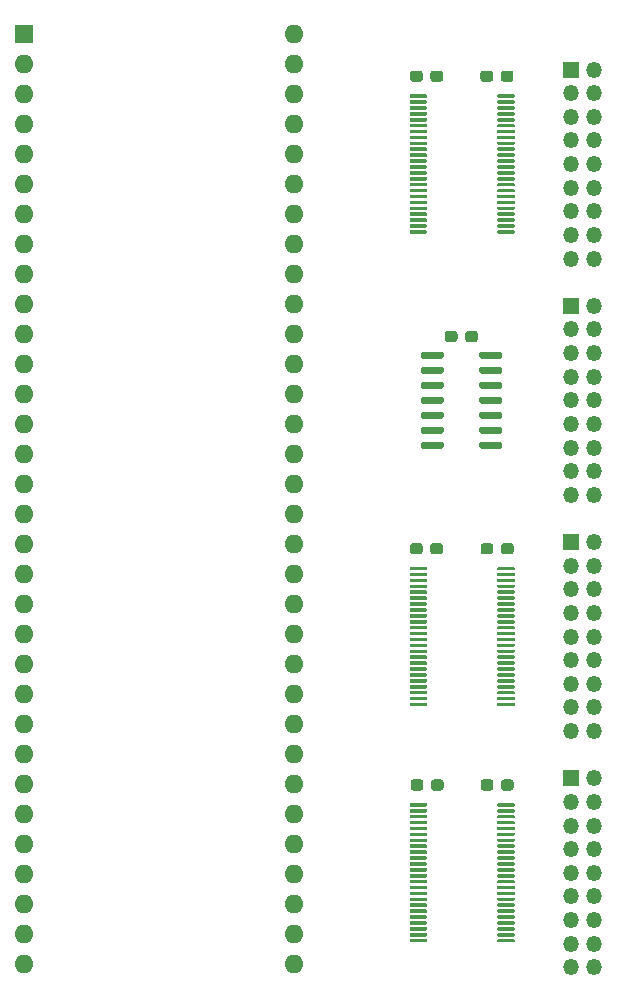
<source format=gts>
G04 #@! TF.GenerationSoftware,KiCad,Pcbnew,5.1.10*
G04 #@! TF.CreationDate,2021-08-30T11:46:02-07:00*
G04 #@! TF.ProjectId,M68K-BREAKOUT,4d36384b-2d42-4524-9541-4b4f55542e6b,rev?*
G04 #@! TF.SameCoordinates,Original*
G04 #@! TF.FileFunction,Soldermask,Top*
G04 #@! TF.FilePolarity,Negative*
%FSLAX46Y46*%
G04 Gerber Fmt 4.6, Leading zero omitted, Abs format (unit mm)*
G04 Created by KiCad (PCBNEW 5.1.10) date 2021-08-30 11:46:02*
%MOMM*%
%LPD*%
G01*
G04 APERTURE LIST*
%ADD10O,1.350000X1.350000*%
%ADD11R,1.350000X1.350000*%
%ADD12O,1.600000X1.600000*%
%ADD13R,1.600000X1.600000*%
G04 APERTURE END LIST*
D10*
X173241720Y-137092991D03*
X171241720Y-137092991D03*
X173241720Y-135092991D03*
X171241720Y-135092991D03*
X173241720Y-133092991D03*
X171241720Y-133092991D03*
X173241720Y-131092991D03*
X171241720Y-131092991D03*
X173241720Y-129092991D03*
X171241720Y-129092991D03*
X173241720Y-127092991D03*
X171241720Y-127092991D03*
X173241720Y-125092991D03*
X171241720Y-125092991D03*
X173241720Y-123092991D03*
X171241720Y-123092991D03*
X173241720Y-121092991D03*
D11*
X171241720Y-121092991D03*
D10*
X173241720Y-117092991D03*
X171241720Y-117092991D03*
X173241720Y-115092991D03*
X171241720Y-115092991D03*
X173241720Y-113092991D03*
X171241720Y-113092991D03*
X173241720Y-111092991D03*
X171241720Y-111092991D03*
X173241720Y-109092991D03*
X171241720Y-109092991D03*
X173241720Y-107092991D03*
X171241720Y-107092991D03*
X173241720Y-105092991D03*
X171241720Y-105092991D03*
X173241720Y-103092991D03*
X171241720Y-103092991D03*
X173241720Y-101092991D03*
D11*
X171241720Y-101092991D03*
D10*
X173241720Y-97092991D03*
X171241720Y-97092991D03*
X173241720Y-95092991D03*
X171241720Y-95092991D03*
X173241720Y-93092991D03*
X171241720Y-93092991D03*
X173241720Y-91092991D03*
X171241720Y-91092991D03*
X173241720Y-89092991D03*
X171241720Y-89092991D03*
X173241720Y-87092991D03*
X171241720Y-87092991D03*
X173241720Y-85092991D03*
X171241720Y-85092991D03*
X173241720Y-83092991D03*
X171241720Y-83092991D03*
X173241720Y-81092991D03*
D11*
X171241720Y-81092991D03*
D10*
X173241720Y-77092991D03*
X171241720Y-77092991D03*
X173241720Y-75092991D03*
X171241720Y-75092991D03*
X173241720Y-73092991D03*
X171241720Y-73092991D03*
X173241720Y-71092991D03*
X171241720Y-71092991D03*
X173241720Y-69092991D03*
X171241720Y-69092991D03*
X173241720Y-67092991D03*
X171241720Y-67092991D03*
X173241720Y-65092991D03*
X171241720Y-65092991D03*
X173241720Y-63092991D03*
X171241720Y-63092991D03*
X173241720Y-61092991D03*
D11*
X171241720Y-61092991D03*
G36*
G01*
X161663500Y-83455500D02*
X161663500Y-83930500D01*
G75*
G02*
X161426000Y-84168000I-237500J0D01*
G01*
X160826000Y-84168000D01*
G75*
G02*
X160588500Y-83930500I0J237500D01*
G01*
X160588500Y-83455500D01*
G75*
G02*
X160826000Y-83218000I237500J0D01*
G01*
X161426000Y-83218000D01*
G75*
G02*
X161663500Y-83455500I0J-237500D01*
G01*
G37*
G36*
G01*
X163388500Y-83455500D02*
X163388500Y-83930500D01*
G75*
G02*
X163151000Y-84168000I-237500J0D01*
G01*
X162551000Y-84168000D01*
G75*
G02*
X162313500Y-83930500I0J237500D01*
G01*
X162313500Y-83455500D01*
G75*
G02*
X162551000Y-83218000I237500J0D01*
G01*
X163151000Y-83218000D01*
G75*
G02*
X163388500Y-83455500I0J-237500D01*
G01*
G37*
G36*
G01*
X164685000Y-121428500D02*
X164685000Y-121903500D01*
G75*
G02*
X164447500Y-122141000I-237500J0D01*
G01*
X163847500Y-122141000D01*
G75*
G02*
X163610000Y-121903500I0J237500D01*
G01*
X163610000Y-121428500D01*
G75*
G02*
X163847500Y-121191000I237500J0D01*
G01*
X164447500Y-121191000D01*
G75*
G02*
X164685000Y-121428500I0J-237500D01*
G01*
G37*
G36*
G01*
X166410000Y-121428500D02*
X166410000Y-121903500D01*
G75*
G02*
X166172500Y-122141000I-237500J0D01*
G01*
X165572500Y-122141000D01*
G75*
G02*
X165335000Y-121903500I0J237500D01*
G01*
X165335000Y-121428500D01*
G75*
G02*
X165572500Y-121191000I237500J0D01*
G01*
X166172500Y-121191000D01*
G75*
G02*
X166410000Y-121428500I0J-237500D01*
G01*
G37*
G36*
G01*
X164685000Y-101426000D02*
X164685000Y-101901000D01*
G75*
G02*
X164447500Y-102138500I-237500J0D01*
G01*
X163847500Y-102138500D01*
G75*
G02*
X163610000Y-101901000I0J237500D01*
G01*
X163610000Y-101426000D01*
G75*
G02*
X163847500Y-101188500I237500J0D01*
G01*
X164447500Y-101188500D01*
G75*
G02*
X164685000Y-101426000I0J-237500D01*
G01*
G37*
G36*
G01*
X166410000Y-101426000D02*
X166410000Y-101901000D01*
G75*
G02*
X166172500Y-102138500I-237500J0D01*
G01*
X165572500Y-102138500D01*
G75*
G02*
X165335000Y-101901000I0J237500D01*
G01*
X165335000Y-101426000D01*
G75*
G02*
X165572500Y-101188500I237500J0D01*
G01*
X166172500Y-101188500D01*
G75*
G02*
X166410000Y-101426000I0J-237500D01*
G01*
G37*
G36*
G01*
X164674500Y-61421000D02*
X164674500Y-61896000D01*
G75*
G02*
X164437000Y-62133500I-237500J0D01*
G01*
X163837000Y-62133500D01*
G75*
G02*
X163599500Y-61896000I0J237500D01*
G01*
X163599500Y-61421000D01*
G75*
G02*
X163837000Y-61183500I237500J0D01*
G01*
X164437000Y-61183500D01*
G75*
G02*
X164674500Y-61421000I0J-237500D01*
G01*
G37*
G36*
G01*
X166399500Y-61421000D02*
X166399500Y-61896000D01*
G75*
G02*
X166162000Y-62133500I-237500J0D01*
G01*
X165562000Y-62133500D01*
G75*
G02*
X165324500Y-61896000I0J237500D01*
G01*
X165324500Y-61421000D01*
G75*
G02*
X165562000Y-61183500I237500J0D01*
G01*
X166162000Y-61183500D01*
G75*
G02*
X166399500Y-61421000I0J-237500D01*
G01*
G37*
G36*
G01*
X159419000Y-121903500D02*
X159419000Y-121428500D01*
G75*
G02*
X159656500Y-121191000I237500J0D01*
G01*
X160256500Y-121191000D01*
G75*
G02*
X160494000Y-121428500I0J-237500D01*
G01*
X160494000Y-121903500D01*
G75*
G02*
X160256500Y-122141000I-237500J0D01*
G01*
X159656500Y-122141000D01*
G75*
G02*
X159419000Y-121903500I0J237500D01*
G01*
G37*
G36*
G01*
X157694000Y-121903500D02*
X157694000Y-121428500D01*
G75*
G02*
X157931500Y-121191000I237500J0D01*
G01*
X158531500Y-121191000D01*
G75*
G02*
X158769000Y-121428500I0J-237500D01*
G01*
X158769000Y-121903500D01*
G75*
G02*
X158531500Y-122141000I-237500J0D01*
G01*
X157931500Y-122141000D01*
G75*
G02*
X157694000Y-121903500I0J237500D01*
G01*
G37*
G36*
G01*
X159355500Y-101901000D02*
X159355500Y-101426000D01*
G75*
G02*
X159593000Y-101188500I237500J0D01*
G01*
X160193000Y-101188500D01*
G75*
G02*
X160430500Y-101426000I0J-237500D01*
G01*
X160430500Y-101901000D01*
G75*
G02*
X160193000Y-102138500I-237500J0D01*
G01*
X159593000Y-102138500D01*
G75*
G02*
X159355500Y-101901000I0J237500D01*
G01*
G37*
G36*
G01*
X157630500Y-101901000D02*
X157630500Y-101426000D01*
G75*
G02*
X157868000Y-101188500I237500J0D01*
G01*
X158468000Y-101188500D01*
G75*
G02*
X158705500Y-101426000I0J-237500D01*
G01*
X158705500Y-101901000D01*
G75*
G02*
X158468000Y-102138500I-237500J0D01*
G01*
X157868000Y-102138500D01*
G75*
G02*
X157630500Y-101901000I0J237500D01*
G01*
G37*
G36*
G01*
X159366000Y-61896000D02*
X159366000Y-61421000D01*
G75*
G02*
X159603500Y-61183500I237500J0D01*
G01*
X160203500Y-61183500D01*
G75*
G02*
X160441000Y-61421000I0J-237500D01*
G01*
X160441000Y-61896000D01*
G75*
G02*
X160203500Y-62133500I-237500J0D01*
G01*
X159603500Y-62133500D01*
G75*
G02*
X159366000Y-61896000I0J237500D01*
G01*
G37*
G36*
G01*
X157641000Y-61896000D02*
X157641000Y-61421000D01*
G75*
G02*
X157878500Y-61183500I237500J0D01*
G01*
X158478500Y-61183500D01*
G75*
G02*
X158716000Y-61421000I0J-237500D01*
G01*
X158716000Y-61896000D01*
G75*
G02*
X158478500Y-62133500I-237500J0D01*
G01*
X157878500Y-62133500D01*
G75*
G02*
X157641000Y-61896000I0J237500D01*
G01*
G37*
G36*
G01*
X165027000Y-123420500D02*
X165027000Y-123270500D01*
G75*
G02*
X165102000Y-123195500I75000J0D01*
G01*
X166427000Y-123195500D01*
G75*
G02*
X166502000Y-123270500I0J-75000D01*
G01*
X166502000Y-123420500D01*
G75*
G02*
X166427000Y-123495500I-75000J0D01*
G01*
X165102000Y-123495500D01*
G75*
G02*
X165027000Y-123420500I0J75000D01*
G01*
G37*
G36*
G01*
X165027000Y-123920500D02*
X165027000Y-123770500D01*
G75*
G02*
X165102000Y-123695500I75000J0D01*
G01*
X166427000Y-123695500D01*
G75*
G02*
X166502000Y-123770500I0J-75000D01*
G01*
X166502000Y-123920500D01*
G75*
G02*
X166427000Y-123995500I-75000J0D01*
G01*
X165102000Y-123995500D01*
G75*
G02*
X165027000Y-123920500I0J75000D01*
G01*
G37*
G36*
G01*
X165027000Y-124420500D02*
X165027000Y-124270500D01*
G75*
G02*
X165102000Y-124195500I75000J0D01*
G01*
X166427000Y-124195500D01*
G75*
G02*
X166502000Y-124270500I0J-75000D01*
G01*
X166502000Y-124420500D01*
G75*
G02*
X166427000Y-124495500I-75000J0D01*
G01*
X165102000Y-124495500D01*
G75*
G02*
X165027000Y-124420500I0J75000D01*
G01*
G37*
G36*
G01*
X165027000Y-124920500D02*
X165027000Y-124770500D01*
G75*
G02*
X165102000Y-124695500I75000J0D01*
G01*
X166427000Y-124695500D01*
G75*
G02*
X166502000Y-124770500I0J-75000D01*
G01*
X166502000Y-124920500D01*
G75*
G02*
X166427000Y-124995500I-75000J0D01*
G01*
X165102000Y-124995500D01*
G75*
G02*
X165027000Y-124920500I0J75000D01*
G01*
G37*
G36*
G01*
X165027000Y-125420500D02*
X165027000Y-125270500D01*
G75*
G02*
X165102000Y-125195500I75000J0D01*
G01*
X166427000Y-125195500D01*
G75*
G02*
X166502000Y-125270500I0J-75000D01*
G01*
X166502000Y-125420500D01*
G75*
G02*
X166427000Y-125495500I-75000J0D01*
G01*
X165102000Y-125495500D01*
G75*
G02*
X165027000Y-125420500I0J75000D01*
G01*
G37*
G36*
G01*
X165027000Y-125920500D02*
X165027000Y-125770500D01*
G75*
G02*
X165102000Y-125695500I75000J0D01*
G01*
X166427000Y-125695500D01*
G75*
G02*
X166502000Y-125770500I0J-75000D01*
G01*
X166502000Y-125920500D01*
G75*
G02*
X166427000Y-125995500I-75000J0D01*
G01*
X165102000Y-125995500D01*
G75*
G02*
X165027000Y-125920500I0J75000D01*
G01*
G37*
G36*
G01*
X165027000Y-126420500D02*
X165027000Y-126270500D01*
G75*
G02*
X165102000Y-126195500I75000J0D01*
G01*
X166427000Y-126195500D01*
G75*
G02*
X166502000Y-126270500I0J-75000D01*
G01*
X166502000Y-126420500D01*
G75*
G02*
X166427000Y-126495500I-75000J0D01*
G01*
X165102000Y-126495500D01*
G75*
G02*
X165027000Y-126420500I0J75000D01*
G01*
G37*
G36*
G01*
X165027000Y-126920500D02*
X165027000Y-126770500D01*
G75*
G02*
X165102000Y-126695500I75000J0D01*
G01*
X166427000Y-126695500D01*
G75*
G02*
X166502000Y-126770500I0J-75000D01*
G01*
X166502000Y-126920500D01*
G75*
G02*
X166427000Y-126995500I-75000J0D01*
G01*
X165102000Y-126995500D01*
G75*
G02*
X165027000Y-126920500I0J75000D01*
G01*
G37*
G36*
G01*
X165027000Y-127420500D02*
X165027000Y-127270500D01*
G75*
G02*
X165102000Y-127195500I75000J0D01*
G01*
X166427000Y-127195500D01*
G75*
G02*
X166502000Y-127270500I0J-75000D01*
G01*
X166502000Y-127420500D01*
G75*
G02*
X166427000Y-127495500I-75000J0D01*
G01*
X165102000Y-127495500D01*
G75*
G02*
X165027000Y-127420500I0J75000D01*
G01*
G37*
G36*
G01*
X165027000Y-127920500D02*
X165027000Y-127770500D01*
G75*
G02*
X165102000Y-127695500I75000J0D01*
G01*
X166427000Y-127695500D01*
G75*
G02*
X166502000Y-127770500I0J-75000D01*
G01*
X166502000Y-127920500D01*
G75*
G02*
X166427000Y-127995500I-75000J0D01*
G01*
X165102000Y-127995500D01*
G75*
G02*
X165027000Y-127920500I0J75000D01*
G01*
G37*
G36*
G01*
X165027000Y-128420500D02*
X165027000Y-128270500D01*
G75*
G02*
X165102000Y-128195500I75000J0D01*
G01*
X166427000Y-128195500D01*
G75*
G02*
X166502000Y-128270500I0J-75000D01*
G01*
X166502000Y-128420500D01*
G75*
G02*
X166427000Y-128495500I-75000J0D01*
G01*
X165102000Y-128495500D01*
G75*
G02*
X165027000Y-128420500I0J75000D01*
G01*
G37*
G36*
G01*
X165027000Y-128920500D02*
X165027000Y-128770500D01*
G75*
G02*
X165102000Y-128695500I75000J0D01*
G01*
X166427000Y-128695500D01*
G75*
G02*
X166502000Y-128770500I0J-75000D01*
G01*
X166502000Y-128920500D01*
G75*
G02*
X166427000Y-128995500I-75000J0D01*
G01*
X165102000Y-128995500D01*
G75*
G02*
X165027000Y-128920500I0J75000D01*
G01*
G37*
G36*
G01*
X165027000Y-129420500D02*
X165027000Y-129270500D01*
G75*
G02*
X165102000Y-129195500I75000J0D01*
G01*
X166427000Y-129195500D01*
G75*
G02*
X166502000Y-129270500I0J-75000D01*
G01*
X166502000Y-129420500D01*
G75*
G02*
X166427000Y-129495500I-75000J0D01*
G01*
X165102000Y-129495500D01*
G75*
G02*
X165027000Y-129420500I0J75000D01*
G01*
G37*
G36*
G01*
X165027000Y-129920500D02*
X165027000Y-129770500D01*
G75*
G02*
X165102000Y-129695500I75000J0D01*
G01*
X166427000Y-129695500D01*
G75*
G02*
X166502000Y-129770500I0J-75000D01*
G01*
X166502000Y-129920500D01*
G75*
G02*
X166427000Y-129995500I-75000J0D01*
G01*
X165102000Y-129995500D01*
G75*
G02*
X165027000Y-129920500I0J75000D01*
G01*
G37*
G36*
G01*
X165027000Y-130420500D02*
X165027000Y-130270500D01*
G75*
G02*
X165102000Y-130195500I75000J0D01*
G01*
X166427000Y-130195500D01*
G75*
G02*
X166502000Y-130270500I0J-75000D01*
G01*
X166502000Y-130420500D01*
G75*
G02*
X166427000Y-130495500I-75000J0D01*
G01*
X165102000Y-130495500D01*
G75*
G02*
X165027000Y-130420500I0J75000D01*
G01*
G37*
G36*
G01*
X165027000Y-130920500D02*
X165027000Y-130770500D01*
G75*
G02*
X165102000Y-130695500I75000J0D01*
G01*
X166427000Y-130695500D01*
G75*
G02*
X166502000Y-130770500I0J-75000D01*
G01*
X166502000Y-130920500D01*
G75*
G02*
X166427000Y-130995500I-75000J0D01*
G01*
X165102000Y-130995500D01*
G75*
G02*
X165027000Y-130920500I0J75000D01*
G01*
G37*
G36*
G01*
X165027000Y-131420500D02*
X165027000Y-131270500D01*
G75*
G02*
X165102000Y-131195500I75000J0D01*
G01*
X166427000Y-131195500D01*
G75*
G02*
X166502000Y-131270500I0J-75000D01*
G01*
X166502000Y-131420500D01*
G75*
G02*
X166427000Y-131495500I-75000J0D01*
G01*
X165102000Y-131495500D01*
G75*
G02*
X165027000Y-131420500I0J75000D01*
G01*
G37*
G36*
G01*
X165027000Y-131920500D02*
X165027000Y-131770500D01*
G75*
G02*
X165102000Y-131695500I75000J0D01*
G01*
X166427000Y-131695500D01*
G75*
G02*
X166502000Y-131770500I0J-75000D01*
G01*
X166502000Y-131920500D01*
G75*
G02*
X166427000Y-131995500I-75000J0D01*
G01*
X165102000Y-131995500D01*
G75*
G02*
X165027000Y-131920500I0J75000D01*
G01*
G37*
G36*
G01*
X165027000Y-132420500D02*
X165027000Y-132270500D01*
G75*
G02*
X165102000Y-132195500I75000J0D01*
G01*
X166427000Y-132195500D01*
G75*
G02*
X166502000Y-132270500I0J-75000D01*
G01*
X166502000Y-132420500D01*
G75*
G02*
X166427000Y-132495500I-75000J0D01*
G01*
X165102000Y-132495500D01*
G75*
G02*
X165027000Y-132420500I0J75000D01*
G01*
G37*
G36*
G01*
X165027000Y-132920500D02*
X165027000Y-132770500D01*
G75*
G02*
X165102000Y-132695500I75000J0D01*
G01*
X166427000Y-132695500D01*
G75*
G02*
X166502000Y-132770500I0J-75000D01*
G01*
X166502000Y-132920500D01*
G75*
G02*
X166427000Y-132995500I-75000J0D01*
G01*
X165102000Y-132995500D01*
G75*
G02*
X165027000Y-132920500I0J75000D01*
G01*
G37*
G36*
G01*
X165027000Y-133420500D02*
X165027000Y-133270500D01*
G75*
G02*
X165102000Y-133195500I75000J0D01*
G01*
X166427000Y-133195500D01*
G75*
G02*
X166502000Y-133270500I0J-75000D01*
G01*
X166502000Y-133420500D01*
G75*
G02*
X166427000Y-133495500I-75000J0D01*
G01*
X165102000Y-133495500D01*
G75*
G02*
X165027000Y-133420500I0J75000D01*
G01*
G37*
G36*
G01*
X165027000Y-133920500D02*
X165027000Y-133770500D01*
G75*
G02*
X165102000Y-133695500I75000J0D01*
G01*
X166427000Y-133695500D01*
G75*
G02*
X166502000Y-133770500I0J-75000D01*
G01*
X166502000Y-133920500D01*
G75*
G02*
X166427000Y-133995500I-75000J0D01*
G01*
X165102000Y-133995500D01*
G75*
G02*
X165027000Y-133920500I0J75000D01*
G01*
G37*
G36*
G01*
X165027000Y-134420500D02*
X165027000Y-134270500D01*
G75*
G02*
X165102000Y-134195500I75000J0D01*
G01*
X166427000Y-134195500D01*
G75*
G02*
X166502000Y-134270500I0J-75000D01*
G01*
X166502000Y-134420500D01*
G75*
G02*
X166427000Y-134495500I-75000J0D01*
G01*
X165102000Y-134495500D01*
G75*
G02*
X165027000Y-134420500I0J75000D01*
G01*
G37*
G36*
G01*
X165027000Y-134920500D02*
X165027000Y-134770500D01*
G75*
G02*
X165102000Y-134695500I75000J0D01*
G01*
X166427000Y-134695500D01*
G75*
G02*
X166502000Y-134770500I0J-75000D01*
G01*
X166502000Y-134920500D01*
G75*
G02*
X166427000Y-134995500I-75000J0D01*
G01*
X165102000Y-134995500D01*
G75*
G02*
X165027000Y-134920500I0J75000D01*
G01*
G37*
G36*
G01*
X157602000Y-134920500D02*
X157602000Y-134770500D01*
G75*
G02*
X157677000Y-134695500I75000J0D01*
G01*
X159002000Y-134695500D01*
G75*
G02*
X159077000Y-134770500I0J-75000D01*
G01*
X159077000Y-134920500D01*
G75*
G02*
X159002000Y-134995500I-75000J0D01*
G01*
X157677000Y-134995500D01*
G75*
G02*
X157602000Y-134920500I0J75000D01*
G01*
G37*
G36*
G01*
X157602000Y-134420500D02*
X157602000Y-134270500D01*
G75*
G02*
X157677000Y-134195500I75000J0D01*
G01*
X159002000Y-134195500D01*
G75*
G02*
X159077000Y-134270500I0J-75000D01*
G01*
X159077000Y-134420500D01*
G75*
G02*
X159002000Y-134495500I-75000J0D01*
G01*
X157677000Y-134495500D01*
G75*
G02*
X157602000Y-134420500I0J75000D01*
G01*
G37*
G36*
G01*
X157602000Y-133920500D02*
X157602000Y-133770500D01*
G75*
G02*
X157677000Y-133695500I75000J0D01*
G01*
X159002000Y-133695500D01*
G75*
G02*
X159077000Y-133770500I0J-75000D01*
G01*
X159077000Y-133920500D01*
G75*
G02*
X159002000Y-133995500I-75000J0D01*
G01*
X157677000Y-133995500D01*
G75*
G02*
X157602000Y-133920500I0J75000D01*
G01*
G37*
G36*
G01*
X157602000Y-133420500D02*
X157602000Y-133270500D01*
G75*
G02*
X157677000Y-133195500I75000J0D01*
G01*
X159002000Y-133195500D01*
G75*
G02*
X159077000Y-133270500I0J-75000D01*
G01*
X159077000Y-133420500D01*
G75*
G02*
X159002000Y-133495500I-75000J0D01*
G01*
X157677000Y-133495500D01*
G75*
G02*
X157602000Y-133420500I0J75000D01*
G01*
G37*
G36*
G01*
X157602000Y-132920500D02*
X157602000Y-132770500D01*
G75*
G02*
X157677000Y-132695500I75000J0D01*
G01*
X159002000Y-132695500D01*
G75*
G02*
X159077000Y-132770500I0J-75000D01*
G01*
X159077000Y-132920500D01*
G75*
G02*
X159002000Y-132995500I-75000J0D01*
G01*
X157677000Y-132995500D01*
G75*
G02*
X157602000Y-132920500I0J75000D01*
G01*
G37*
G36*
G01*
X157602000Y-132420500D02*
X157602000Y-132270500D01*
G75*
G02*
X157677000Y-132195500I75000J0D01*
G01*
X159002000Y-132195500D01*
G75*
G02*
X159077000Y-132270500I0J-75000D01*
G01*
X159077000Y-132420500D01*
G75*
G02*
X159002000Y-132495500I-75000J0D01*
G01*
X157677000Y-132495500D01*
G75*
G02*
X157602000Y-132420500I0J75000D01*
G01*
G37*
G36*
G01*
X157602000Y-131920500D02*
X157602000Y-131770500D01*
G75*
G02*
X157677000Y-131695500I75000J0D01*
G01*
X159002000Y-131695500D01*
G75*
G02*
X159077000Y-131770500I0J-75000D01*
G01*
X159077000Y-131920500D01*
G75*
G02*
X159002000Y-131995500I-75000J0D01*
G01*
X157677000Y-131995500D01*
G75*
G02*
X157602000Y-131920500I0J75000D01*
G01*
G37*
G36*
G01*
X157602000Y-131420500D02*
X157602000Y-131270500D01*
G75*
G02*
X157677000Y-131195500I75000J0D01*
G01*
X159002000Y-131195500D01*
G75*
G02*
X159077000Y-131270500I0J-75000D01*
G01*
X159077000Y-131420500D01*
G75*
G02*
X159002000Y-131495500I-75000J0D01*
G01*
X157677000Y-131495500D01*
G75*
G02*
X157602000Y-131420500I0J75000D01*
G01*
G37*
G36*
G01*
X157602000Y-130920500D02*
X157602000Y-130770500D01*
G75*
G02*
X157677000Y-130695500I75000J0D01*
G01*
X159002000Y-130695500D01*
G75*
G02*
X159077000Y-130770500I0J-75000D01*
G01*
X159077000Y-130920500D01*
G75*
G02*
X159002000Y-130995500I-75000J0D01*
G01*
X157677000Y-130995500D01*
G75*
G02*
X157602000Y-130920500I0J75000D01*
G01*
G37*
G36*
G01*
X157602000Y-130420500D02*
X157602000Y-130270500D01*
G75*
G02*
X157677000Y-130195500I75000J0D01*
G01*
X159002000Y-130195500D01*
G75*
G02*
X159077000Y-130270500I0J-75000D01*
G01*
X159077000Y-130420500D01*
G75*
G02*
X159002000Y-130495500I-75000J0D01*
G01*
X157677000Y-130495500D01*
G75*
G02*
X157602000Y-130420500I0J75000D01*
G01*
G37*
G36*
G01*
X157602000Y-129920500D02*
X157602000Y-129770500D01*
G75*
G02*
X157677000Y-129695500I75000J0D01*
G01*
X159002000Y-129695500D01*
G75*
G02*
X159077000Y-129770500I0J-75000D01*
G01*
X159077000Y-129920500D01*
G75*
G02*
X159002000Y-129995500I-75000J0D01*
G01*
X157677000Y-129995500D01*
G75*
G02*
X157602000Y-129920500I0J75000D01*
G01*
G37*
G36*
G01*
X157602000Y-129420500D02*
X157602000Y-129270500D01*
G75*
G02*
X157677000Y-129195500I75000J0D01*
G01*
X159002000Y-129195500D01*
G75*
G02*
X159077000Y-129270500I0J-75000D01*
G01*
X159077000Y-129420500D01*
G75*
G02*
X159002000Y-129495500I-75000J0D01*
G01*
X157677000Y-129495500D01*
G75*
G02*
X157602000Y-129420500I0J75000D01*
G01*
G37*
G36*
G01*
X157602000Y-128920500D02*
X157602000Y-128770500D01*
G75*
G02*
X157677000Y-128695500I75000J0D01*
G01*
X159002000Y-128695500D01*
G75*
G02*
X159077000Y-128770500I0J-75000D01*
G01*
X159077000Y-128920500D01*
G75*
G02*
X159002000Y-128995500I-75000J0D01*
G01*
X157677000Y-128995500D01*
G75*
G02*
X157602000Y-128920500I0J75000D01*
G01*
G37*
G36*
G01*
X157602000Y-128420500D02*
X157602000Y-128270500D01*
G75*
G02*
X157677000Y-128195500I75000J0D01*
G01*
X159002000Y-128195500D01*
G75*
G02*
X159077000Y-128270500I0J-75000D01*
G01*
X159077000Y-128420500D01*
G75*
G02*
X159002000Y-128495500I-75000J0D01*
G01*
X157677000Y-128495500D01*
G75*
G02*
X157602000Y-128420500I0J75000D01*
G01*
G37*
G36*
G01*
X157602000Y-127920500D02*
X157602000Y-127770500D01*
G75*
G02*
X157677000Y-127695500I75000J0D01*
G01*
X159002000Y-127695500D01*
G75*
G02*
X159077000Y-127770500I0J-75000D01*
G01*
X159077000Y-127920500D01*
G75*
G02*
X159002000Y-127995500I-75000J0D01*
G01*
X157677000Y-127995500D01*
G75*
G02*
X157602000Y-127920500I0J75000D01*
G01*
G37*
G36*
G01*
X157602000Y-127420500D02*
X157602000Y-127270500D01*
G75*
G02*
X157677000Y-127195500I75000J0D01*
G01*
X159002000Y-127195500D01*
G75*
G02*
X159077000Y-127270500I0J-75000D01*
G01*
X159077000Y-127420500D01*
G75*
G02*
X159002000Y-127495500I-75000J0D01*
G01*
X157677000Y-127495500D01*
G75*
G02*
X157602000Y-127420500I0J75000D01*
G01*
G37*
G36*
G01*
X157602000Y-126920500D02*
X157602000Y-126770500D01*
G75*
G02*
X157677000Y-126695500I75000J0D01*
G01*
X159002000Y-126695500D01*
G75*
G02*
X159077000Y-126770500I0J-75000D01*
G01*
X159077000Y-126920500D01*
G75*
G02*
X159002000Y-126995500I-75000J0D01*
G01*
X157677000Y-126995500D01*
G75*
G02*
X157602000Y-126920500I0J75000D01*
G01*
G37*
G36*
G01*
X157602000Y-126420500D02*
X157602000Y-126270500D01*
G75*
G02*
X157677000Y-126195500I75000J0D01*
G01*
X159002000Y-126195500D01*
G75*
G02*
X159077000Y-126270500I0J-75000D01*
G01*
X159077000Y-126420500D01*
G75*
G02*
X159002000Y-126495500I-75000J0D01*
G01*
X157677000Y-126495500D01*
G75*
G02*
X157602000Y-126420500I0J75000D01*
G01*
G37*
G36*
G01*
X157602000Y-125920500D02*
X157602000Y-125770500D01*
G75*
G02*
X157677000Y-125695500I75000J0D01*
G01*
X159002000Y-125695500D01*
G75*
G02*
X159077000Y-125770500I0J-75000D01*
G01*
X159077000Y-125920500D01*
G75*
G02*
X159002000Y-125995500I-75000J0D01*
G01*
X157677000Y-125995500D01*
G75*
G02*
X157602000Y-125920500I0J75000D01*
G01*
G37*
G36*
G01*
X157602000Y-125420500D02*
X157602000Y-125270500D01*
G75*
G02*
X157677000Y-125195500I75000J0D01*
G01*
X159002000Y-125195500D01*
G75*
G02*
X159077000Y-125270500I0J-75000D01*
G01*
X159077000Y-125420500D01*
G75*
G02*
X159002000Y-125495500I-75000J0D01*
G01*
X157677000Y-125495500D01*
G75*
G02*
X157602000Y-125420500I0J75000D01*
G01*
G37*
G36*
G01*
X157602000Y-124920500D02*
X157602000Y-124770500D01*
G75*
G02*
X157677000Y-124695500I75000J0D01*
G01*
X159002000Y-124695500D01*
G75*
G02*
X159077000Y-124770500I0J-75000D01*
G01*
X159077000Y-124920500D01*
G75*
G02*
X159002000Y-124995500I-75000J0D01*
G01*
X157677000Y-124995500D01*
G75*
G02*
X157602000Y-124920500I0J75000D01*
G01*
G37*
G36*
G01*
X157602000Y-124420500D02*
X157602000Y-124270500D01*
G75*
G02*
X157677000Y-124195500I75000J0D01*
G01*
X159002000Y-124195500D01*
G75*
G02*
X159077000Y-124270500I0J-75000D01*
G01*
X159077000Y-124420500D01*
G75*
G02*
X159002000Y-124495500I-75000J0D01*
G01*
X157677000Y-124495500D01*
G75*
G02*
X157602000Y-124420500I0J75000D01*
G01*
G37*
G36*
G01*
X157602000Y-123920500D02*
X157602000Y-123770500D01*
G75*
G02*
X157677000Y-123695500I75000J0D01*
G01*
X159002000Y-123695500D01*
G75*
G02*
X159077000Y-123770500I0J-75000D01*
G01*
X159077000Y-123920500D01*
G75*
G02*
X159002000Y-123995500I-75000J0D01*
G01*
X157677000Y-123995500D01*
G75*
G02*
X157602000Y-123920500I0J75000D01*
G01*
G37*
G36*
G01*
X157602000Y-123420500D02*
X157602000Y-123270500D01*
G75*
G02*
X157677000Y-123195500I75000J0D01*
G01*
X159002000Y-123195500D01*
G75*
G02*
X159077000Y-123270500I0J-75000D01*
G01*
X159077000Y-123420500D01*
G75*
G02*
X159002000Y-123495500I-75000J0D01*
G01*
X157677000Y-123495500D01*
G75*
G02*
X157602000Y-123420500I0J75000D01*
G01*
G37*
G36*
G01*
X165027000Y-63413000D02*
X165027000Y-63263000D01*
G75*
G02*
X165102000Y-63188000I75000J0D01*
G01*
X166427000Y-63188000D01*
G75*
G02*
X166502000Y-63263000I0J-75000D01*
G01*
X166502000Y-63413000D01*
G75*
G02*
X166427000Y-63488000I-75000J0D01*
G01*
X165102000Y-63488000D01*
G75*
G02*
X165027000Y-63413000I0J75000D01*
G01*
G37*
G36*
G01*
X165027000Y-63913000D02*
X165027000Y-63763000D01*
G75*
G02*
X165102000Y-63688000I75000J0D01*
G01*
X166427000Y-63688000D01*
G75*
G02*
X166502000Y-63763000I0J-75000D01*
G01*
X166502000Y-63913000D01*
G75*
G02*
X166427000Y-63988000I-75000J0D01*
G01*
X165102000Y-63988000D01*
G75*
G02*
X165027000Y-63913000I0J75000D01*
G01*
G37*
G36*
G01*
X165027000Y-64413000D02*
X165027000Y-64263000D01*
G75*
G02*
X165102000Y-64188000I75000J0D01*
G01*
X166427000Y-64188000D01*
G75*
G02*
X166502000Y-64263000I0J-75000D01*
G01*
X166502000Y-64413000D01*
G75*
G02*
X166427000Y-64488000I-75000J0D01*
G01*
X165102000Y-64488000D01*
G75*
G02*
X165027000Y-64413000I0J75000D01*
G01*
G37*
G36*
G01*
X165027000Y-64913000D02*
X165027000Y-64763000D01*
G75*
G02*
X165102000Y-64688000I75000J0D01*
G01*
X166427000Y-64688000D01*
G75*
G02*
X166502000Y-64763000I0J-75000D01*
G01*
X166502000Y-64913000D01*
G75*
G02*
X166427000Y-64988000I-75000J0D01*
G01*
X165102000Y-64988000D01*
G75*
G02*
X165027000Y-64913000I0J75000D01*
G01*
G37*
G36*
G01*
X165027000Y-65413000D02*
X165027000Y-65263000D01*
G75*
G02*
X165102000Y-65188000I75000J0D01*
G01*
X166427000Y-65188000D01*
G75*
G02*
X166502000Y-65263000I0J-75000D01*
G01*
X166502000Y-65413000D01*
G75*
G02*
X166427000Y-65488000I-75000J0D01*
G01*
X165102000Y-65488000D01*
G75*
G02*
X165027000Y-65413000I0J75000D01*
G01*
G37*
G36*
G01*
X165027000Y-65913000D02*
X165027000Y-65763000D01*
G75*
G02*
X165102000Y-65688000I75000J0D01*
G01*
X166427000Y-65688000D01*
G75*
G02*
X166502000Y-65763000I0J-75000D01*
G01*
X166502000Y-65913000D01*
G75*
G02*
X166427000Y-65988000I-75000J0D01*
G01*
X165102000Y-65988000D01*
G75*
G02*
X165027000Y-65913000I0J75000D01*
G01*
G37*
G36*
G01*
X165027000Y-66413000D02*
X165027000Y-66263000D01*
G75*
G02*
X165102000Y-66188000I75000J0D01*
G01*
X166427000Y-66188000D01*
G75*
G02*
X166502000Y-66263000I0J-75000D01*
G01*
X166502000Y-66413000D01*
G75*
G02*
X166427000Y-66488000I-75000J0D01*
G01*
X165102000Y-66488000D01*
G75*
G02*
X165027000Y-66413000I0J75000D01*
G01*
G37*
G36*
G01*
X165027000Y-66913000D02*
X165027000Y-66763000D01*
G75*
G02*
X165102000Y-66688000I75000J0D01*
G01*
X166427000Y-66688000D01*
G75*
G02*
X166502000Y-66763000I0J-75000D01*
G01*
X166502000Y-66913000D01*
G75*
G02*
X166427000Y-66988000I-75000J0D01*
G01*
X165102000Y-66988000D01*
G75*
G02*
X165027000Y-66913000I0J75000D01*
G01*
G37*
G36*
G01*
X165027000Y-67413000D02*
X165027000Y-67263000D01*
G75*
G02*
X165102000Y-67188000I75000J0D01*
G01*
X166427000Y-67188000D01*
G75*
G02*
X166502000Y-67263000I0J-75000D01*
G01*
X166502000Y-67413000D01*
G75*
G02*
X166427000Y-67488000I-75000J0D01*
G01*
X165102000Y-67488000D01*
G75*
G02*
X165027000Y-67413000I0J75000D01*
G01*
G37*
G36*
G01*
X165027000Y-67913000D02*
X165027000Y-67763000D01*
G75*
G02*
X165102000Y-67688000I75000J0D01*
G01*
X166427000Y-67688000D01*
G75*
G02*
X166502000Y-67763000I0J-75000D01*
G01*
X166502000Y-67913000D01*
G75*
G02*
X166427000Y-67988000I-75000J0D01*
G01*
X165102000Y-67988000D01*
G75*
G02*
X165027000Y-67913000I0J75000D01*
G01*
G37*
G36*
G01*
X165027000Y-68413000D02*
X165027000Y-68263000D01*
G75*
G02*
X165102000Y-68188000I75000J0D01*
G01*
X166427000Y-68188000D01*
G75*
G02*
X166502000Y-68263000I0J-75000D01*
G01*
X166502000Y-68413000D01*
G75*
G02*
X166427000Y-68488000I-75000J0D01*
G01*
X165102000Y-68488000D01*
G75*
G02*
X165027000Y-68413000I0J75000D01*
G01*
G37*
G36*
G01*
X165027000Y-68913000D02*
X165027000Y-68763000D01*
G75*
G02*
X165102000Y-68688000I75000J0D01*
G01*
X166427000Y-68688000D01*
G75*
G02*
X166502000Y-68763000I0J-75000D01*
G01*
X166502000Y-68913000D01*
G75*
G02*
X166427000Y-68988000I-75000J0D01*
G01*
X165102000Y-68988000D01*
G75*
G02*
X165027000Y-68913000I0J75000D01*
G01*
G37*
G36*
G01*
X165027000Y-69413000D02*
X165027000Y-69263000D01*
G75*
G02*
X165102000Y-69188000I75000J0D01*
G01*
X166427000Y-69188000D01*
G75*
G02*
X166502000Y-69263000I0J-75000D01*
G01*
X166502000Y-69413000D01*
G75*
G02*
X166427000Y-69488000I-75000J0D01*
G01*
X165102000Y-69488000D01*
G75*
G02*
X165027000Y-69413000I0J75000D01*
G01*
G37*
G36*
G01*
X165027000Y-69913000D02*
X165027000Y-69763000D01*
G75*
G02*
X165102000Y-69688000I75000J0D01*
G01*
X166427000Y-69688000D01*
G75*
G02*
X166502000Y-69763000I0J-75000D01*
G01*
X166502000Y-69913000D01*
G75*
G02*
X166427000Y-69988000I-75000J0D01*
G01*
X165102000Y-69988000D01*
G75*
G02*
X165027000Y-69913000I0J75000D01*
G01*
G37*
G36*
G01*
X165027000Y-70413000D02*
X165027000Y-70263000D01*
G75*
G02*
X165102000Y-70188000I75000J0D01*
G01*
X166427000Y-70188000D01*
G75*
G02*
X166502000Y-70263000I0J-75000D01*
G01*
X166502000Y-70413000D01*
G75*
G02*
X166427000Y-70488000I-75000J0D01*
G01*
X165102000Y-70488000D01*
G75*
G02*
X165027000Y-70413000I0J75000D01*
G01*
G37*
G36*
G01*
X165027000Y-70913000D02*
X165027000Y-70763000D01*
G75*
G02*
X165102000Y-70688000I75000J0D01*
G01*
X166427000Y-70688000D01*
G75*
G02*
X166502000Y-70763000I0J-75000D01*
G01*
X166502000Y-70913000D01*
G75*
G02*
X166427000Y-70988000I-75000J0D01*
G01*
X165102000Y-70988000D01*
G75*
G02*
X165027000Y-70913000I0J75000D01*
G01*
G37*
G36*
G01*
X165027000Y-71413000D02*
X165027000Y-71263000D01*
G75*
G02*
X165102000Y-71188000I75000J0D01*
G01*
X166427000Y-71188000D01*
G75*
G02*
X166502000Y-71263000I0J-75000D01*
G01*
X166502000Y-71413000D01*
G75*
G02*
X166427000Y-71488000I-75000J0D01*
G01*
X165102000Y-71488000D01*
G75*
G02*
X165027000Y-71413000I0J75000D01*
G01*
G37*
G36*
G01*
X165027000Y-71913000D02*
X165027000Y-71763000D01*
G75*
G02*
X165102000Y-71688000I75000J0D01*
G01*
X166427000Y-71688000D01*
G75*
G02*
X166502000Y-71763000I0J-75000D01*
G01*
X166502000Y-71913000D01*
G75*
G02*
X166427000Y-71988000I-75000J0D01*
G01*
X165102000Y-71988000D01*
G75*
G02*
X165027000Y-71913000I0J75000D01*
G01*
G37*
G36*
G01*
X165027000Y-72413000D02*
X165027000Y-72263000D01*
G75*
G02*
X165102000Y-72188000I75000J0D01*
G01*
X166427000Y-72188000D01*
G75*
G02*
X166502000Y-72263000I0J-75000D01*
G01*
X166502000Y-72413000D01*
G75*
G02*
X166427000Y-72488000I-75000J0D01*
G01*
X165102000Y-72488000D01*
G75*
G02*
X165027000Y-72413000I0J75000D01*
G01*
G37*
G36*
G01*
X165027000Y-72913000D02*
X165027000Y-72763000D01*
G75*
G02*
X165102000Y-72688000I75000J0D01*
G01*
X166427000Y-72688000D01*
G75*
G02*
X166502000Y-72763000I0J-75000D01*
G01*
X166502000Y-72913000D01*
G75*
G02*
X166427000Y-72988000I-75000J0D01*
G01*
X165102000Y-72988000D01*
G75*
G02*
X165027000Y-72913000I0J75000D01*
G01*
G37*
G36*
G01*
X165027000Y-73413000D02*
X165027000Y-73263000D01*
G75*
G02*
X165102000Y-73188000I75000J0D01*
G01*
X166427000Y-73188000D01*
G75*
G02*
X166502000Y-73263000I0J-75000D01*
G01*
X166502000Y-73413000D01*
G75*
G02*
X166427000Y-73488000I-75000J0D01*
G01*
X165102000Y-73488000D01*
G75*
G02*
X165027000Y-73413000I0J75000D01*
G01*
G37*
G36*
G01*
X165027000Y-73913000D02*
X165027000Y-73763000D01*
G75*
G02*
X165102000Y-73688000I75000J0D01*
G01*
X166427000Y-73688000D01*
G75*
G02*
X166502000Y-73763000I0J-75000D01*
G01*
X166502000Y-73913000D01*
G75*
G02*
X166427000Y-73988000I-75000J0D01*
G01*
X165102000Y-73988000D01*
G75*
G02*
X165027000Y-73913000I0J75000D01*
G01*
G37*
G36*
G01*
X165027000Y-74413000D02*
X165027000Y-74263000D01*
G75*
G02*
X165102000Y-74188000I75000J0D01*
G01*
X166427000Y-74188000D01*
G75*
G02*
X166502000Y-74263000I0J-75000D01*
G01*
X166502000Y-74413000D01*
G75*
G02*
X166427000Y-74488000I-75000J0D01*
G01*
X165102000Y-74488000D01*
G75*
G02*
X165027000Y-74413000I0J75000D01*
G01*
G37*
G36*
G01*
X165027000Y-74913000D02*
X165027000Y-74763000D01*
G75*
G02*
X165102000Y-74688000I75000J0D01*
G01*
X166427000Y-74688000D01*
G75*
G02*
X166502000Y-74763000I0J-75000D01*
G01*
X166502000Y-74913000D01*
G75*
G02*
X166427000Y-74988000I-75000J0D01*
G01*
X165102000Y-74988000D01*
G75*
G02*
X165027000Y-74913000I0J75000D01*
G01*
G37*
G36*
G01*
X157602000Y-74913000D02*
X157602000Y-74763000D01*
G75*
G02*
X157677000Y-74688000I75000J0D01*
G01*
X159002000Y-74688000D01*
G75*
G02*
X159077000Y-74763000I0J-75000D01*
G01*
X159077000Y-74913000D01*
G75*
G02*
X159002000Y-74988000I-75000J0D01*
G01*
X157677000Y-74988000D01*
G75*
G02*
X157602000Y-74913000I0J75000D01*
G01*
G37*
G36*
G01*
X157602000Y-74413000D02*
X157602000Y-74263000D01*
G75*
G02*
X157677000Y-74188000I75000J0D01*
G01*
X159002000Y-74188000D01*
G75*
G02*
X159077000Y-74263000I0J-75000D01*
G01*
X159077000Y-74413000D01*
G75*
G02*
X159002000Y-74488000I-75000J0D01*
G01*
X157677000Y-74488000D01*
G75*
G02*
X157602000Y-74413000I0J75000D01*
G01*
G37*
G36*
G01*
X157602000Y-73913000D02*
X157602000Y-73763000D01*
G75*
G02*
X157677000Y-73688000I75000J0D01*
G01*
X159002000Y-73688000D01*
G75*
G02*
X159077000Y-73763000I0J-75000D01*
G01*
X159077000Y-73913000D01*
G75*
G02*
X159002000Y-73988000I-75000J0D01*
G01*
X157677000Y-73988000D01*
G75*
G02*
X157602000Y-73913000I0J75000D01*
G01*
G37*
G36*
G01*
X157602000Y-73413000D02*
X157602000Y-73263000D01*
G75*
G02*
X157677000Y-73188000I75000J0D01*
G01*
X159002000Y-73188000D01*
G75*
G02*
X159077000Y-73263000I0J-75000D01*
G01*
X159077000Y-73413000D01*
G75*
G02*
X159002000Y-73488000I-75000J0D01*
G01*
X157677000Y-73488000D01*
G75*
G02*
X157602000Y-73413000I0J75000D01*
G01*
G37*
G36*
G01*
X157602000Y-72913000D02*
X157602000Y-72763000D01*
G75*
G02*
X157677000Y-72688000I75000J0D01*
G01*
X159002000Y-72688000D01*
G75*
G02*
X159077000Y-72763000I0J-75000D01*
G01*
X159077000Y-72913000D01*
G75*
G02*
X159002000Y-72988000I-75000J0D01*
G01*
X157677000Y-72988000D01*
G75*
G02*
X157602000Y-72913000I0J75000D01*
G01*
G37*
G36*
G01*
X157602000Y-72413000D02*
X157602000Y-72263000D01*
G75*
G02*
X157677000Y-72188000I75000J0D01*
G01*
X159002000Y-72188000D01*
G75*
G02*
X159077000Y-72263000I0J-75000D01*
G01*
X159077000Y-72413000D01*
G75*
G02*
X159002000Y-72488000I-75000J0D01*
G01*
X157677000Y-72488000D01*
G75*
G02*
X157602000Y-72413000I0J75000D01*
G01*
G37*
G36*
G01*
X157602000Y-71913000D02*
X157602000Y-71763000D01*
G75*
G02*
X157677000Y-71688000I75000J0D01*
G01*
X159002000Y-71688000D01*
G75*
G02*
X159077000Y-71763000I0J-75000D01*
G01*
X159077000Y-71913000D01*
G75*
G02*
X159002000Y-71988000I-75000J0D01*
G01*
X157677000Y-71988000D01*
G75*
G02*
X157602000Y-71913000I0J75000D01*
G01*
G37*
G36*
G01*
X157602000Y-71413000D02*
X157602000Y-71263000D01*
G75*
G02*
X157677000Y-71188000I75000J0D01*
G01*
X159002000Y-71188000D01*
G75*
G02*
X159077000Y-71263000I0J-75000D01*
G01*
X159077000Y-71413000D01*
G75*
G02*
X159002000Y-71488000I-75000J0D01*
G01*
X157677000Y-71488000D01*
G75*
G02*
X157602000Y-71413000I0J75000D01*
G01*
G37*
G36*
G01*
X157602000Y-70913000D02*
X157602000Y-70763000D01*
G75*
G02*
X157677000Y-70688000I75000J0D01*
G01*
X159002000Y-70688000D01*
G75*
G02*
X159077000Y-70763000I0J-75000D01*
G01*
X159077000Y-70913000D01*
G75*
G02*
X159002000Y-70988000I-75000J0D01*
G01*
X157677000Y-70988000D01*
G75*
G02*
X157602000Y-70913000I0J75000D01*
G01*
G37*
G36*
G01*
X157602000Y-70413000D02*
X157602000Y-70263000D01*
G75*
G02*
X157677000Y-70188000I75000J0D01*
G01*
X159002000Y-70188000D01*
G75*
G02*
X159077000Y-70263000I0J-75000D01*
G01*
X159077000Y-70413000D01*
G75*
G02*
X159002000Y-70488000I-75000J0D01*
G01*
X157677000Y-70488000D01*
G75*
G02*
X157602000Y-70413000I0J75000D01*
G01*
G37*
G36*
G01*
X157602000Y-69913000D02*
X157602000Y-69763000D01*
G75*
G02*
X157677000Y-69688000I75000J0D01*
G01*
X159002000Y-69688000D01*
G75*
G02*
X159077000Y-69763000I0J-75000D01*
G01*
X159077000Y-69913000D01*
G75*
G02*
X159002000Y-69988000I-75000J0D01*
G01*
X157677000Y-69988000D01*
G75*
G02*
X157602000Y-69913000I0J75000D01*
G01*
G37*
G36*
G01*
X157602000Y-69413000D02*
X157602000Y-69263000D01*
G75*
G02*
X157677000Y-69188000I75000J0D01*
G01*
X159002000Y-69188000D01*
G75*
G02*
X159077000Y-69263000I0J-75000D01*
G01*
X159077000Y-69413000D01*
G75*
G02*
X159002000Y-69488000I-75000J0D01*
G01*
X157677000Y-69488000D01*
G75*
G02*
X157602000Y-69413000I0J75000D01*
G01*
G37*
G36*
G01*
X157602000Y-68913000D02*
X157602000Y-68763000D01*
G75*
G02*
X157677000Y-68688000I75000J0D01*
G01*
X159002000Y-68688000D01*
G75*
G02*
X159077000Y-68763000I0J-75000D01*
G01*
X159077000Y-68913000D01*
G75*
G02*
X159002000Y-68988000I-75000J0D01*
G01*
X157677000Y-68988000D01*
G75*
G02*
X157602000Y-68913000I0J75000D01*
G01*
G37*
G36*
G01*
X157602000Y-68413000D02*
X157602000Y-68263000D01*
G75*
G02*
X157677000Y-68188000I75000J0D01*
G01*
X159002000Y-68188000D01*
G75*
G02*
X159077000Y-68263000I0J-75000D01*
G01*
X159077000Y-68413000D01*
G75*
G02*
X159002000Y-68488000I-75000J0D01*
G01*
X157677000Y-68488000D01*
G75*
G02*
X157602000Y-68413000I0J75000D01*
G01*
G37*
G36*
G01*
X157602000Y-67913000D02*
X157602000Y-67763000D01*
G75*
G02*
X157677000Y-67688000I75000J0D01*
G01*
X159002000Y-67688000D01*
G75*
G02*
X159077000Y-67763000I0J-75000D01*
G01*
X159077000Y-67913000D01*
G75*
G02*
X159002000Y-67988000I-75000J0D01*
G01*
X157677000Y-67988000D01*
G75*
G02*
X157602000Y-67913000I0J75000D01*
G01*
G37*
G36*
G01*
X157602000Y-67413000D02*
X157602000Y-67263000D01*
G75*
G02*
X157677000Y-67188000I75000J0D01*
G01*
X159002000Y-67188000D01*
G75*
G02*
X159077000Y-67263000I0J-75000D01*
G01*
X159077000Y-67413000D01*
G75*
G02*
X159002000Y-67488000I-75000J0D01*
G01*
X157677000Y-67488000D01*
G75*
G02*
X157602000Y-67413000I0J75000D01*
G01*
G37*
G36*
G01*
X157602000Y-66913000D02*
X157602000Y-66763000D01*
G75*
G02*
X157677000Y-66688000I75000J0D01*
G01*
X159002000Y-66688000D01*
G75*
G02*
X159077000Y-66763000I0J-75000D01*
G01*
X159077000Y-66913000D01*
G75*
G02*
X159002000Y-66988000I-75000J0D01*
G01*
X157677000Y-66988000D01*
G75*
G02*
X157602000Y-66913000I0J75000D01*
G01*
G37*
G36*
G01*
X157602000Y-66413000D02*
X157602000Y-66263000D01*
G75*
G02*
X157677000Y-66188000I75000J0D01*
G01*
X159002000Y-66188000D01*
G75*
G02*
X159077000Y-66263000I0J-75000D01*
G01*
X159077000Y-66413000D01*
G75*
G02*
X159002000Y-66488000I-75000J0D01*
G01*
X157677000Y-66488000D01*
G75*
G02*
X157602000Y-66413000I0J75000D01*
G01*
G37*
G36*
G01*
X157602000Y-65913000D02*
X157602000Y-65763000D01*
G75*
G02*
X157677000Y-65688000I75000J0D01*
G01*
X159002000Y-65688000D01*
G75*
G02*
X159077000Y-65763000I0J-75000D01*
G01*
X159077000Y-65913000D01*
G75*
G02*
X159002000Y-65988000I-75000J0D01*
G01*
X157677000Y-65988000D01*
G75*
G02*
X157602000Y-65913000I0J75000D01*
G01*
G37*
G36*
G01*
X157602000Y-65413000D02*
X157602000Y-65263000D01*
G75*
G02*
X157677000Y-65188000I75000J0D01*
G01*
X159002000Y-65188000D01*
G75*
G02*
X159077000Y-65263000I0J-75000D01*
G01*
X159077000Y-65413000D01*
G75*
G02*
X159002000Y-65488000I-75000J0D01*
G01*
X157677000Y-65488000D01*
G75*
G02*
X157602000Y-65413000I0J75000D01*
G01*
G37*
G36*
G01*
X157602000Y-64913000D02*
X157602000Y-64763000D01*
G75*
G02*
X157677000Y-64688000I75000J0D01*
G01*
X159002000Y-64688000D01*
G75*
G02*
X159077000Y-64763000I0J-75000D01*
G01*
X159077000Y-64913000D01*
G75*
G02*
X159002000Y-64988000I-75000J0D01*
G01*
X157677000Y-64988000D01*
G75*
G02*
X157602000Y-64913000I0J75000D01*
G01*
G37*
G36*
G01*
X157602000Y-64413000D02*
X157602000Y-64263000D01*
G75*
G02*
X157677000Y-64188000I75000J0D01*
G01*
X159002000Y-64188000D01*
G75*
G02*
X159077000Y-64263000I0J-75000D01*
G01*
X159077000Y-64413000D01*
G75*
G02*
X159002000Y-64488000I-75000J0D01*
G01*
X157677000Y-64488000D01*
G75*
G02*
X157602000Y-64413000I0J75000D01*
G01*
G37*
G36*
G01*
X157602000Y-63913000D02*
X157602000Y-63763000D01*
G75*
G02*
X157677000Y-63688000I75000J0D01*
G01*
X159002000Y-63688000D01*
G75*
G02*
X159077000Y-63763000I0J-75000D01*
G01*
X159077000Y-63913000D01*
G75*
G02*
X159002000Y-63988000I-75000J0D01*
G01*
X157677000Y-63988000D01*
G75*
G02*
X157602000Y-63913000I0J75000D01*
G01*
G37*
G36*
G01*
X157602000Y-63413000D02*
X157602000Y-63263000D01*
G75*
G02*
X157677000Y-63188000I75000J0D01*
G01*
X159002000Y-63188000D01*
G75*
G02*
X159077000Y-63263000I0J-75000D01*
G01*
X159077000Y-63413000D01*
G75*
G02*
X159002000Y-63488000I-75000J0D01*
G01*
X157677000Y-63488000D01*
G75*
G02*
X157602000Y-63413000I0J75000D01*
G01*
G37*
G36*
G01*
X163488500Y-85430500D02*
X163488500Y-85130500D01*
G75*
G02*
X163638500Y-84980500I150000J0D01*
G01*
X165288500Y-84980500D01*
G75*
G02*
X165438500Y-85130500I0J-150000D01*
G01*
X165438500Y-85430500D01*
G75*
G02*
X165288500Y-85580500I-150000J0D01*
G01*
X163638500Y-85580500D01*
G75*
G02*
X163488500Y-85430500I0J150000D01*
G01*
G37*
G36*
G01*
X163488500Y-86700500D02*
X163488500Y-86400500D01*
G75*
G02*
X163638500Y-86250500I150000J0D01*
G01*
X165288500Y-86250500D01*
G75*
G02*
X165438500Y-86400500I0J-150000D01*
G01*
X165438500Y-86700500D01*
G75*
G02*
X165288500Y-86850500I-150000J0D01*
G01*
X163638500Y-86850500D01*
G75*
G02*
X163488500Y-86700500I0J150000D01*
G01*
G37*
G36*
G01*
X163488500Y-87970500D02*
X163488500Y-87670500D01*
G75*
G02*
X163638500Y-87520500I150000J0D01*
G01*
X165288500Y-87520500D01*
G75*
G02*
X165438500Y-87670500I0J-150000D01*
G01*
X165438500Y-87970500D01*
G75*
G02*
X165288500Y-88120500I-150000J0D01*
G01*
X163638500Y-88120500D01*
G75*
G02*
X163488500Y-87970500I0J150000D01*
G01*
G37*
G36*
G01*
X163488500Y-89240500D02*
X163488500Y-88940500D01*
G75*
G02*
X163638500Y-88790500I150000J0D01*
G01*
X165288500Y-88790500D01*
G75*
G02*
X165438500Y-88940500I0J-150000D01*
G01*
X165438500Y-89240500D01*
G75*
G02*
X165288500Y-89390500I-150000J0D01*
G01*
X163638500Y-89390500D01*
G75*
G02*
X163488500Y-89240500I0J150000D01*
G01*
G37*
G36*
G01*
X163488500Y-90510500D02*
X163488500Y-90210500D01*
G75*
G02*
X163638500Y-90060500I150000J0D01*
G01*
X165288500Y-90060500D01*
G75*
G02*
X165438500Y-90210500I0J-150000D01*
G01*
X165438500Y-90510500D01*
G75*
G02*
X165288500Y-90660500I-150000J0D01*
G01*
X163638500Y-90660500D01*
G75*
G02*
X163488500Y-90510500I0J150000D01*
G01*
G37*
G36*
G01*
X163488500Y-91780500D02*
X163488500Y-91480500D01*
G75*
G02*
X163638500Y-91330500I150000J0D01*
G01*
X165288500Y-91330500D01*
G75*
G02*
X165438500Y-91480500I0J-150000D01*
G01*
X165438500Y-91780500D01*
G75*
G02*
X165288500Y-91930500I-150000J0D01*
G01*
X163638500Y-91930500D01*
G75*
G02*
X163488500Y-91780500I0J150000D01*
G01*
G37*
G36*
G01*
X163488500Y-93050500D02*
X163488500Y-92750500D01*
G75*
G02*
X163638500Y-92600500I150000J0D01*
G01*
X165288500Y-92600500D01*
G75*
G02*
X165438500Y-92750500I0J-150000D01*
G01*
X165438500Y-93050500D01*
G75*
G02*
X165288500Y-93200500I-150000J0D01*
G01*
X163638500Y-93200500D01*
G75*
G02*
X163488500Y-93050500I0J150000D01*
G01*
G37*
G36*
G01*
X158538500Y-93050500D02*
X158538500Y-92750500D01*
G75*
G02*
X158688500Y-92600500I150000J0D01*
G01*
X160338500Y-92600500D01*
G75*
G02*
X160488500Y-92750500I0J-150000D01*
G01*
X160488500Y-93050500D01*
G75*
G02*
X160338500Y-93200500I-150000J0D01*
G01*
X158688500Y-93200500D01*
G75*
G02*
X158538500Y-93050500I0J150000D01*
G01*
G37*
G36*
G01*
X158538500Y-91780500D02*
X158538500Y-91480500D01*
G75*
G02*
X158688500Y-91330500I150000J0D01*
G01*
X160338500Y-91330500D01*
G75*
G02*
X160488500Y-91480500I0J-150000D01*
G01*
X160488500Y-91780500D01*
G75*
G02*
X160338500Y-91930500I-150000J0D01*
G01*
X158688500Y-91930500D01*
G75*
G02*
X158538500Y-91780500I0J150000D01*
G01*
G37*
G36*
G01*
X158538500Y-90510500D02*
X158538500Y-90210500D01*
G75*
G02*
X158688500Y-90060500I150000J0D01*
G01*
X160338500Y-90060500D01*
G75*
G02*
X160488500Y-90210500I0J-150000D01*
G01*
X160488500Y-90510500D01*
G75*
G02*
X160338500Y-90660500I-150000J0D01*
G01*
X158688500Y-90660500D01*
G75*
G02*
X158538500Y-90510500I0J150000D01*
G01*
G37*
G36*
G01*
X158538500Y-89240500D02*
X158538500Y-88940500D01*
G75*
G02*
X158688500Y-88790500I150000J0D01*
G01*
X160338500Y-88790500D01*
G75*
G02*
X160488500Y-88940500I0J-150000D01*
G01*
X160488500Y-89240500D01*
G75*
G02*
X160338500Y-89390500I-150000J0D01*
G01*
X158688500Y-89390500D01*
G75*
G02*
X158538500Y-89240500I0J150000D01*
G01*
G37*
G36*
G01*
X158538500Y-87970500D02*
X158538500Y-87670500D01*
G75*
G02*
X158688500Y-87520500I150000J0D01*
G01*
X160338500Y-87520500D01*
G75*
G02*
X160488500Y-87670500I0J-150000D01*
G01*
X160488500Y-87970500D01*
G75*
G02*
X160338500Y-88120500I-150000J0D01*
G01*
X158688500Y-88120500D01*
G75*
G02*
X158538500Y-87970500I0J150000D01*
G01*
G37*
G36*
G01*
X158538500Y-86700500D02*
X158538500Y-86400500D01*
G75*
G02*
X158688500Y-86250500I150000J0D01*
G01*
X160338500Y-86250500D01*
G75*
G02*
X160488500Y-86400500I0J-150000D01*
G01*
X160488500Y-86700500D01*
G75*
G02*
X160338500Y-86850500I-150000J0D01*
G01*
X158688500Y-86850500D01*
G75*
G02*
X158538500Y-86700500I0J150000D01*
G01*
G37*
G36*
G01*
X158538500Y-85430500D02*
X158538500Y-85130500D01*
G75*
G02*
X158688500Y-84980500I150000J0D01*
G01*
X160338500Y-84980500D01*
G75*
G02*
X160488500Y-85130500I0J-150000D01*
G01*
X160488500Y-85430500D01*
G75*
G02*
X160338500Y-85580500I-150000J0D01*
G01*
X158688500Y-85580500D01*
G75*
G02*
X158538500Y-85430500I0J150000D01*
G01*
G37*
G36*
G01*
X165027000Y-103418000D02*
X165027000Y-103268000D01*
G75*
G02*
X165102000Y-103193000I75000J0D01*
G01*
X166427000Y-103193000D01*
G75*
G02*
X166502000Y-103268000I0J-75000D01*
G01*
X166502000Y-103418000D01*
G75*
G02*
X166427000Y-103493000I-75000J0D01*
G01*
X165102000Y-103493000D01*
G75*
G02*
X165027000Y-103418000I0J75000D01*
G01*
G37*
G36*
G01*
X165027000Y-103918000D02*
X165027000Y-103768000D01*
G75*
G02*
X165102000Y-103693000I75000J0D01*
G01*
X166427000Y-103693000D01*
G75*
G02*
X166502000Y-103768000I0J-75000D01*
G01*
X166502000Y-103918000D01*
G75*
G02*
X166427000Y-103993000I-75000J0D01*
G01*
X165102000Y-103993000D01*
G75*
G02*
X165027000Y-103918000I0J75000D01*
G01*
G37*
G36*
G01*
X165027000Y-104418000D02*
X165027000Y-104268000D01*
G75*
G02*
X165102000Y-104193000I75000J0D01*
G01*
X166427000Y-104193000D01*
G75*
G02*
X166502000Y-104268000I0J-75000D01*
G01*
X166502000Y-104418000D01*
G75*
G02*
X166427000Y-104493000I-75000J0D01*
G01*
X165102000Y-104493000D01*
G75*
G02*
X165027000Y-104418000I0J75000D01*
G01*
G37*
G36*
G01*
X165027000Y-104918000D02*
X165027000Y-104768000D01*
G75*
G02*
X165102000Y-104693000I75000J0D01*
G01*
X166427000Y-104693000D01*
G75*
G02*
X166502000Y-104768000I0J-75000D01*
G01*
X166502000Y-104918000D01*
G75*
G02*
X166427000Y-104993000I-75000J0D01*
G01*
X165102000Y-104993000D01*
G75*
G02*
X165027000Y-104918000I0J75000D01*
G01*
G37*
G36*
G01*
X165027000Y-105418000D02*
X165027000Y-105268000D01*
G75*
G02*
X165102000Y-105193000I75000J0D01*
G01*
X166427000Y-105193000D01*
G75*
G02*
X166502000Y-105268000I0J-75000D01*
G01*
X166502000Y-105418000D01*
G75*
G02*
X166427000Y-105493000I-75000J0D01*
G01*
X165102000Y-105493000D01*
G75*
G02*
X165027000Y-105418000I0J75000D01*
G01*
G37*
G36*
G01*
X165027000Y-105918000D02*
X165027000Y-105768000D01*
G75*
G02*
X165102000Y-105693000I75000J0D01*
G01*
X166427000Y-105693000D01*
G75*
G02*
X166502000Y-105768000I0J-75000D01*
G01*
X166502000Y-105918000D01*
G75*
G02*
X166427000Y-105993000I-75000J0D01*
G01*
X165102000Y-105993000D01*
G75*
G02*
X165027000Y-105918000I0J75000D01*
G01*
G37*
G36*
G01*
X165027000Y-106418000D02*
X165027000Y-106268000D01*
G75*
G02*
X165102000Y-106193000I75000J0D01*
G01*
X166427000Y-106193000D01*
G75*
G02*
X166502000Y-106268000I0J-75000D01*
G01*
X166502000Y-106418000D01*
G75*
G02*
X166427000Y-106493000I-75000J0D01*
G01*
X165102000Y-106493000D01*
G75*
G02*
X165027000Y-106418000I0J75000D01*
G01*
G37*
G36*
G01*
X165027000Y-106918000D02*
X165027000Y-106768000D01*
G75*
G02*
X165102000Y-106693000I75000J0D01*
G01*
X166427000Y-106693000D01*
G75*
G02*
X166502000Y-106768000I0J-75000D01*
G01*
X166502000Y-106918000D01*
G75*
G02*
X166427000Y-106993000I-75000J0D01*
G01*
X165102000Y-106993000D01*
G75*
G02*
X165027000Y-106918000I0J75000D01*
G01*
G37*
G36*
G01*
X165027000Y-107418000D02*
X165027000Y-107268000D01*
G75*
G02*
X165102000Y-107193000I75000J0D01*
G01*
X166427000Y-107193000D01*
G75*
G02*
X166502000Y-107268000I0J-75000D01*
G01*
X166502000Y-107418000D01*
G75*
G02*
X166427000Y-107493000I-75000J0D01*
G01*
X165102000Y-107493000D01*
G75*
G02*
X165027000Y-107418000I0J75000D01*
G01*
G37*
G36*
G01*
X165027000Y-107918000D02*
X165027000Y-107768000D01*
G75*
G02*
X165102000Y-107693000I75000J0D01*
G01*
X166427000Y-107693000D01*
G75*
G02*
X166502000Y-107768000I0J-75000D01*
G01*
X166502000Y-107918000D01*
G75*
G02*
X166427000Y-107993000I-75000J0D01*
G01*
X165102000Y-107993000D01*
G75*
G02*
X165027000Y-107918000I0J75000D01*
G01*
G37*
G36*
G01*
X165027000Y-108418000D02*
X165027000Y-108268000D01*
G75*
G02*
X165102000Y-108193000I75000J0D01*
G01*
X166427000Y-108193000D01*
G75*
G02*
X166502000Y-108268000I0J-75000D01*
G01*
X166502000Y-108418000D01*
G75*
G02*
X166427000Y-108493000I-75000J0D01*
G01*
X165102000Y-108493000D01*
G75*
G02*
X165027000Y-108418000I0J75000D01*
G01*
G37*
G36*
G01*
X165027000Y-108918000D02*
X165027000Y-108768000D01*
G75*
G02*
X165102000Y-108693000I75000J0D01*
G01*
X166427000Y-108693000D01*
G75*
G02*
X166502000Y-108768000I0J-75000D01*
G01*
X166502000Y-108918000D01*
G75*
G02*
X166427000Y-108993000I-75000J0D01*
G01*
X165102000Y-108993000D01*
G75*
G02*
X165027000Y-108918000I0J75000D01*
G01*
G37*
G36*
G01*
X165027000Y-109418000D02*
X165027000Y-109268000D01*
G75*
G02*
X165102000Y-109193000I75000J0D01*
G01*
X166427000Y-109193000D01*
G75*
G02*
X166502000Y-109268000I0J-75000D01*
G01*
X166502000Y-109418000D01*
G75*
G02*
X166427000Y-109493000I-75000J0D01*
G01*
X165102000Y-109493000D01*
G75*
G02*
X165027000Y-109418000I0J75000D01*
G01*
G37*
G36*
G01*
X165027000Y-109918000D02*
X165027000Y-109768000D01*
G75*
G02*
X165102000Y-109693000I75000J0D01*
G01*
X166427000Y-109693000D01*
G75*
G02*
X166502000Y-109768000I0J-75000D01*
G01*
X166502000Y-109918000D01*
G75*
G02*
X166427000Y-109993000I-75000J0D01*
G01*
X165102000Y-109993000D01*
G75*
G02*
X165027000Y-109918000I0J75000D01*
G01*
G37*
G36*
G01*
X165027000Y-110418000D02*
X165027000Y-110268000D01*
G75*
G02*
X165102000Y-110193000I75000J0D01*
G01*
X166427000Y-110193000D01*
G75*
G02*
X166502000Y-110268000I0J-75000D01*
G01*
X166502000Y-110418000D01*
G75*
G02*
X166427000Y-110493000I-75000J0D01*
G01*
X165102000Y-110493000D01*
G75*
G02*
X165027000Y-110418000I0J75000D01*
G01*
G37*
G36*
G01*
X165027000Y-110918000D02*
X165027000Y-110768000D01*
G75*
G02*
X165102000Y-110693000I75000J0D01*
G01*
X166427000Y-110693000D01*
G75*
G02*
X166502000Y-110768000I0J-75000D01*
G01*
X166502000Y-110918000D01*
G75*
G02*
X166427000Y-110993000I-75000J0D01*
G01*
X165102000Y-110993000D01*
G75*
G02*
X165027000Y-110918000I0J75000D01*
G01*
G37*
G36*
G01*
X165027000Y-111418000D02*
X165027000Y-111268000D01*
G75*
G02*
X165102000Y-111193000I75000J0D01*
G01*
X166427000Y-111193000D01*
G75*
G02*
X166502000Y-111268000I0J-75000D01*
G01*
X166502000Y-111418000D01*
G75*
G02*
X166427000Y-111493000I-75000J0D01*
G01*
X165102000Y-111493000D01*
G75*
G02*
X165027000Y-111418000I0J75000D01*
G01*
G37*
G36*
G01*
X165027000Y-111918000D02*
X165027000Y-111768000D01*
G75*
G02*
X165102000Y-111693000I75000J0D01*
G01*
X166427000Y-111693000D01*
G75*
G02*
X166502000Y-111768000I0J-75000D01*
G01*
X166502000Y-111918000D01*
G75*
G02*
X166427000Y-111993000I-75000J0D01*
G01*
X165102000Y-111993000D01*
G75*
G02*
X165027000Y-111918000I0J75000D01*
G01*
G37*
G36*
G01*
X165027000Y-112418000D02*
X165027000Y-112268000D01*
G75*
G02*
X165102000Y-112193000I75000J0D01*
G01*
X166427000Y-112193000D01*
G75*
G02*
X166502000Y-112268000I0J-75000D01*
G01*
X166502000Y-112418000D01*
G75*
G02*
X166427000Y-112493000I-75000J0D01*
G01*
X165102000Y-112493000D01*
G75*
G02*
X165027000Y-112418000I0J75000D01*
G01*
G37*
G36*
G01*
X165027000Y-112918000D02*
X165027000Y-112768000D01*
G75*
G02*
X165102000Y-112693000I75000J0D01*
G01*
X166427000Y-112693000D01*
G75*
G02*
X166502000Y-112768000I0J-75000D01*
G01*
X166502000Y-112918000D01*
G75*
G02*
X166427000Y-112993000I-75000J0D01*
G01*
X165102000Y-112993000D01*
G75*
G02*
X165027000Y-112918000I0J75000D01*
G01*
G37*
G36*
G01*
X165027000Y-113418000D02*
X165027000Y-113268000D01*
G75*
G02*
X165102000Y-113193000I75000J0D01*
G01*
X166427000Y-113193000D01*
G75*
G02*
X166502000Y-113268000I0J-75000D01*
G01*
X166502000Y-113418000D01*
G75*
G02*
X166427000Y-113493000I-75000J0D01*
G01*
X165102000Y-113493000D01*
G75*
G02*
X165027000Y-113418000I0J75000D01*
G01*
G37*
G36*
G01*
X165027000Y-113918000D02*
X165027000Y-113768000D01*
G75*
G02*
X165102000Y-113693000I75000J0D01*
G01*
X166427000Y-113693000D01*
G75*
G02*
X166502000Y-113768000I0J-75000D01*
G01*
X166502000Y-113918000D01*
G75*
G02*
X166427000Y-113993000I-75000J0D01*
G01*
X165102000Y-113993000D01*
G75*
G02*
X165027000Y-113918000I0J75000D01*
G01*
G37*
G36*
G01*
X165027000Y-114418000D02*
X165027000Y-114268000D01*
G75*
G02*
X165102000Y-114193000I75000J0D01*
G01*
X166427000Y-114193000D01*
G75*
G02*
X166502000Y-114268000I0J-75000D01*
G01*
X166502000Y-114418000D01*
G75*
G02*
X166427000Y-114493000I-75000J0D01*
G01*
X165102000Y-114493000D01*
G75*
G02*
X165027000Y-114418000I0J75000D01*
G01*
G37*
G36*
G01*
X165027000Y-114918000D02*
X165027000Y-114768000D01*
G75*
G02*
X165102000Y-114693000I75000J0D01*
G01*
X166427000Y-114693000D01*
G75*
G02*
X166502000Y-114768000I0J-75000D01*
G01*
X166502000Y-114918000D01*
G75*
G02*
X166427000Y-114993000I-75000J0D01*
G01*
X165102000Y-114993000D01*
G75*
G02*
X165027000Y-114918000I0J75000D01*
G01*
G37*
G36*
G01*
X157602000Y-114918000D02*
X157602000Y-114768000D01*
G75*
G02*
X157677000Y-114693000I75000J0D01*
G01*
X159002000Y-114693000D01*
G75*
G02*
X159077000Y-114768000I0J-75000D01*
G01*
X159077000Y-114918000D01*
G75*
G02*
X159002000Y-114993000I-75000J0D01*
G01*
X157677000Y-114993000D01*
G75*
G02*
X157602000Y-114918000I0J75000D01*
G01*
G37*
G36*
G01*
X157602000Y-114418000D02*
X157602000Y-114268000D01*
G75*
G02*
X157677000Y-114193000I75000J0D01*
G01*
X159002000Y-114193000D01*
G75*
G02*
X159077000Y-114268000I0J-75000D01*
G01*
X159077000Y-114418000D01*
G75*
G02*
X159002000Y-114493000I-75000J0D01*
G01*
X157677000Y-114493000D01*
G75*
G02*
X157602000Y-114418000I0J75000D01*
G01*
G37*
G36*
G01*
X157602000Y-113918000D02*
X157602000Y-113768000D01*
G75*
G02*
X157677000Y-113693000I75000J0D01*
G01*
X159002000Y-113693000D01*
G75*
G02*
X159077000Y-113768000I0J-75000D01*
G01*
X159077000Y-113918000D01*
G75*
G02*
X159002000Y-113993000I-75000J0D01*
G01*
X157677000Y-113993000D01*
G75*
G02*
X157602000Y-113918000I0J75000D01*
G01*
G37*
G36*
G01*
X157602000Y-113418000D02*
X157602000Y-113268000D01*
G75*
G02*
X157677000Y-113193000I75000J0D01*
G01*
X159002000Y-113193000D01*
G75*
G02*
X159077000Y-113268000I0J-75000D01*
G01*
X159077000Y-113418000D01*
G75*
G02*
X159002000Y-113493000I-75000J0D01*
G01*
X157677000Y-113493000D01*
G75*
G02*
X157602000Y-113418000I0J75000D01*
G01*
G37*
G36*
G01*
X157602000Y-112918000D02*
X157602000Y-112768000D01*
G75*
G02*
X157677000Y-112693000I75000J0D01*
G01*
X159002000Y-112693000D01*
G75*
G02*
X159077000Y-112768000I0J-75000D01*
G01*
X159077000Y-112918000D01*
G75*
G02*
X159002000Y-112993000I-75000J0D01*
G01*
X157677000Y-112993000D01*
G75*
G02*
X157602000Y-112918000I0J75000D01*
G01*
G37*
G36*
G01*
X157602000Y-112418000D02*
X157602000Y-112268000D01*
G75*
G02*
X157677000Y-112193000I75000J0D01*
G01*
X159002000Y-112193000D01*
G75*
G02*
X159077000Y-112268000I0J-75000D01*
G01*
X159077000Y-112418000D01*
G75*
G02*
X159002000Y-112493000I-75000J0D01*
G01*
X157677000Y-112493000D01*
G75*
G02*
X157602000Y-112418000I0J75000D01*
G01*
G37*
G36*
G01*
X157602000Y-111918000D02*
X157602000Y-111768000D01*
G75*
G02*
X157677000Y-111693000I75000J0D01*
G01*
X159002000Y-111693000D01*
G75*
G02*
X159077000Y-111768000I0J-75000D01*
G01*
X159077000Y-111918000D01*
G75*
G02*
X159002000Y-111993000I-75000J0D01*
G01*
X157677000Y-111993000D01*
G75*
G02*
X157602000Y-111918000I0J75000D01*
G01*
G37*
G36*
G01*
X157602000Y-111418000D02*
X157602000Y-111268000D01*
G75*
G02*
X157677000Y-111193000I75000J0D01*
G01*
X159002000Y-111193000D01*
G75*
G02*
X159077000Y-111268000I0J-75000D01*
G01*
X159077000Y-111418000D01*
G75*
G02*
X159002000Y-111493000I-75000J0D01*
G01*
X157677000Y-111493000D01*
G75*
G02*
X157602000Y-111418000I0J75000D01*
G01*
G37*
G36*
G01*
X157602000Y-110918000D02*
X157602000Y-110768000D01*
G75*
G02*
X157677000Y-110693000I75000J0D01*
G01*
X159002000Y-110693000D01*
G75*
G02*
X159077000Y-110768000I0J-75000D01*
G01*
X159077000Y-110918000D01*
G75*
G02*
X159002000Y-110993000I-75000J0D01*
G01*
X157677000Y-110993000D01*
G75*
G02*
X157602000Y-110918000I0J75000D01*
G01*
G37*
G36*
G01*
X157602000Y-110418000D02*
X157602000Y-110268000D01*
G75*
G02*
X157677000Y-110193000I75000J0D01*
G01*
X159002000Y-110193000D01*
G75*
G02*
X159077000Y-110268000I0J-75000D01*
G01*
X159077000Y-110418000D01*
G75*
G02*
X159002000Y-110493000I-75000J0D01*
G01*
X157677000Y-110493000D01*
G75*
G02*
X157602000Y-110418000I0J75000D01*
G01*
G37*
G36*
G01*
X157602000Y-109918000D02*
X157602000Y-109768000D01*
G75*
G02*
X157677000Y-109693000I75000J0D01*
G01*
X159002000Y-109693000D01*
G75*
G02*
X159077000Y-109768000I0J-75000D01*
G01*
X159077000Y-109918000D01*
G75*
G02*
X159002000Y-109993000I-75000J0D01*
G01*
X157677000Y-109993000D01*
G75*
G02*
X157602000Y-109918000I0J75000D01*
G01*
G37*
G36*
G01*
X157602000Y-109418000D02*
X157602000Y-109268000D01*
G75*
G02*
X157677000Y-109193000I75000J0D01*
G01*
X159002000Y-109193000D01*
G75*
G02*
X159077000Y-109268000I0J-75000D01*
G01*
X159077000Y-109418000D01*
G75*
G02*
X159002000Y-109493000I-75000J0D01*
G01*
X157677000Y-109493000D01*
G75*
G02*
X157602000Y-109418000I0J75000D01*
G01*
G37*
G36*
G01*
X157602000Y-108918000D02*
X157602000Y-108768000D01*
G75*
G02*
X157677000Y-108693000I75000J0D01*
G01*
X159002000Y-108693000D01*
G75*
G02*
X159077000Y-108768000I0J-75000D01*
G01*
X159077000Y-108918000D01*
G75*
G02*
X159002000Y-108993000I-75000J0D01*
G01*
X157677000Y-108993000D01*
G75*
G02*
X157602000Y-108918000I0J75000D01*
G01*
G37*
G36*
G01*
X157602000Y-108418000D02*
X157602000Y-108268000D01*
G75*
G02*
X157677000Y-108193000I75000J0D01*
G01*
X159002000Y-108193000D01*
G75*
G02*
X159077000Y-108268000I0J-75000D01*
G01*
X159077000Y-108418000D01*
G75*
G02*
X159002000Y-108493000I-75000J0D01*
G01*
X157677000Y-108493000D01*
G75*
G02*
X157602000Y-108418000I0J75000D01*
G01*
G37*
G36*
G01*
X157602000Y-107918000D02*
X157602000Y-107768000D01*
G75*
G02*
X157677000Y-107693000I75000J0D01*
G01*
X159002000Y-107693000D01*
G75*
G02*
X159077000Y-107768000I0J-75000D01*
G01*
X159077000Y-107918000D01*
G75*
G02*
X159002000Y-107993000I-75000J0D01*
G01*
X157677000Y-107993000D01*
G75*
G02*
X157602000Y-107918000I0J75000D01*
G01*
G37*
G36*
G01*
X157602000Y-107418000D02*
X157602000Y-107268000D01*
G75*
G02*
X157677000Y-107193000I75000J0D01*
G01*
X159002000Y-107193000D01*
G75*
G02*
X159077000Y-107268000I0J-75000D01*
G01*
X159077000Y-107418000D01*
G75*
G02*
X159002000Y-107493000I-75000J0D01*
G01*
X157677000Y-107493000D01*
G75*
G02*
X157602000Y-107418000I0J75000D01*
G01*
G37*
G36*
G01*
X157602000Y-106918000D02*
X157602000Y-106768000D01*
G75*
G02*
X157677000Y-106693000I75000J0D01*
G01*
X159002000Y-106693000D01*
G75*
G02*
X159077000Y-106768000I0J-75000D01*
G01*
X159077000Y-106918000D01*
G75*
G02*
X159002000Y-106993000I-75000J0D01*
G01*
X157677000Y-106993000D01*
G75*
G02*
X157602000Y-106918000I0J75000D01*
G01*
G37*
G36*
G01*
X157602000Y-106418000D02*
X157602000Y-106268000D01*
G75*
G02*
X157677000Y-106193000I75000J0D01*
G01*
X159002000Y-106193000D01*
G75*
G02*
X159077000Y-106268000I0J-75000D01*
G01*
X159077000Y-106418000D01*
G75*
G02*
X159002000Y-106493000I-75000J0D01*
G01*
X157677000Y-106493000D01*
G75*
G02*
X157602000Y-106418000I0J75000D01*
G01*
G37*
G36*
G01*
X157602000Y-105918000D02*
X157602000Y-105768000D01*
G75*
G02*
X157677000Y-105693000I75000J0D01*
G01*
X159002000Y-105693000D01*
G75*
G02*
X159077000Y-105768000I0J-75000D01*
G01*
X159077000Y-105918000D01*
G75*
G02*
X159002000Y-105993000I-75000J0D01*
G01*
X157677000Y-105993000D01*
G75*
G02*
X157602000Y-105918000I0J75000D01*
G01*
G37*
G36*
G01*
X157602000Y-105418000D02*
X157602000Y-105268000D01*
G75*
G02*
X157677000Y-105193000I75000J0D01*
G01*
X159002000Y-105193000D01*
G75*
G02*
X159077000Y-105268000I0J-75000D01*
G01*
X159077000Y-105418000D01*
G75*
G02*
X159002000Y-105493000I-75000J0D01*
G01*
X157677000Y-105493000D01*
G75*
G02*
X157602000Y-105418000I0J75000D01*
G01*
G37*
G36*
G01*
X157602000Y-104918000D02*
X157602000Y-104768000D01*
G75*
G02*
X157677000Y-104693000I75000J0D01*
G01*
X159002000Y-104693000D01*
G75*
G02*
X159077000Y-104768000I0J-75000D01*
G01*
X159077000Y-104918000D01*
G75*
G02*
X159002000Y-104993000I-75000J0D01*
G01*
X157677000Y-104993000D01*
G75*
G02*
X157602000Y-104918000I0J75000D01*
G01*
G37*
G36*
G01*
X157602000Y-104418000D02*
X157602000Y-104268000D01*
G75*
G02*
X157677000Y-104193000I75000J0D01*
G01*
X159002000Y-104193000D01*
G75*
G02*
X159077000Y-104268000I0J-75000D01*
G01*
X159077000Y-104418000D01*
G75*
G02*
X159002000Y-104493000I-75000J0D01*
G01*
X157677000Y-104493000D01*
G75*
G02*
X157602000Y-104418000I0J75000D01*
G01*
G37*
G36*
G01*
X157602000Y-103918000D02*
X157602000Y-103768000D01*
G75*
G02*
X157677000Y-103693000I75000J0D01*
G01*
X159002000Y-103693000D01*
G75*
G02*
X159077000Y-103768000I0J-75000D01*
G01*
X159077000Y-103918000D01*
G75*
G02*
X159002000Y-103993000I-75000J0D01*
G01*
X157677000Y-103993000D01*
G75*
G02*
X157602000Y-103918000I0J75000D01*
G01*
G37*
G36*
G01*
X157602000Y-103418000D02*
X157602000Y-103268000D01*
G75*
G02*
X157677000Y-103193000I75000J0D01*
G01*
X159002000Y-103193000D01*
G75*
G02*
X159077000Y-103268000I0J-75000D01*
G01*
X159077000Y-103418000D01*
G75*
G02*
X159002000Y-103493000I-75000J0D01*
G01*
X157677000Y-103493000D01*
G75*
G02*
X157602000Y-103418000I0J75000D01*
G01*
G37*
D12*
X147828000Y-58039000D03*
X124968000Y-136779000D03*
X147828000Y-60579000D03*
X124968000Y-134239000D03*
X147828000Y-63119000D03*
X124968000Y-131699000D03*
X147828000Y-65659000D03*
X124968000Y-129159000D03*
X147828000Y-68199000D03*
X124968000Y-126619000D03*
X147828000Y-70739000D03*
X124968000Y-124079000D03*
X147828000Y-73279000D03*
X124968000Y-121539000D03*
X147828000Y-75819000D03*
X124968000Y-118999000D03*
X147828000Y-78359000D03*
X124968000Y-116459000D03*
X147828000Y-80899000D03*
X124968000Y-113919000D03*
X147828000Y-83439000D03*
X124968000Y-111379000D03*
X147828000Y-85979000D03*
X124968000Y-108839000D03*
X147828000Y-88519000D03*
X124968000Y-106299000D03*
X147828000Y-91059000D03*
X124968000Y-103759000D03*
X147828000Y-93599000D03*
X124968000Y-101219000D03*
X147828000Y-96139000D03*
X124968000Y-98679000D03*
X147828000Y-98679000D03*
X124968000Y-96139000D03*
X147828000Y-101219000D03*
X124968000Y-93599000D03*
X147828000Y-103759000D03*
X124968000Y-91059000D03*
X147828000Y-106299000D03*
X124968000Y-88519000D03*
X147828000Y-108839000D03*
X124968000Y-85979000D03*
X147828000Y-111379000D03*
X124968000Y-83439000D03*
X147828000Y-113919000D03*
X124968000Y-80899000D03*
X147828000Y-116459000D03*
X124968000Y-78359000D03*
X147828000Y-118999000D03*
X124968000Y-75819000D03*
X147828000Y-121539000D03*
X124968000Y-73279000D03*
X147828000Y-124079000D03*
X124968000Y-70739000D03*
X147828000Y-126619000D03*
X124968000Y-68199000D03*
X147828000Y-129159000D03*
X124968000Y-65659000D03*
X147828000Y-131699000D03*
X124968000Y-63119000D03*
X147828000Y-134239000D03*
X124968000Y-60579000D03*
X147828000Y-136779000D03*
D13*
X124968000Y-58039000D03*
M02*

</source>
